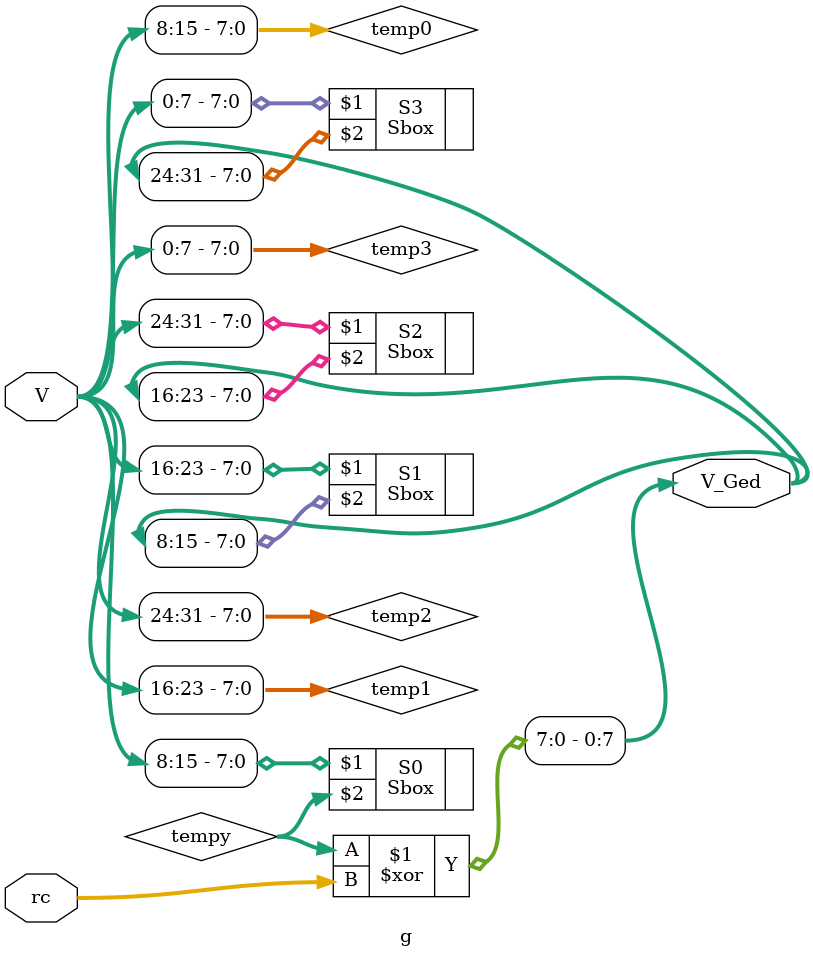
<source format=v>
`timescale 1ns / 1ps

module g(
(* DONT_TOUCH = "true" *)input [0:7]rc,// this indicates the round
(* DONT_TOUCH = "true" *)input [0:31] V,
(* DONT_TOUCH = "true" *)output [0:31]V_Ged
    );
   
 wire [0:7]temp0, temp1,temp2,temp3;

 wire [0:7]tempy;  
   // shift them
   
  assign temp0=V[8:15];
  assign temp1=V[16:23];
  assign temp2=V[24:31];
  assign temp3=V[0:7];
  
   assign V_Ged[0:7]= tempy ^ rc;
  
  
    Sbox S0(temp0, tempy); // xor vale goes to 
    Sbox S1(temp1,V_Ged[8:15]);
    Sbox S2(temp2,V_Ged[16:23]);
    Sbox S3(temp3,V_Ged[24:31]); 
  
  //Sbox query, here i think a centralized ROM acess could save some time


  
  

endmodule

</source>
